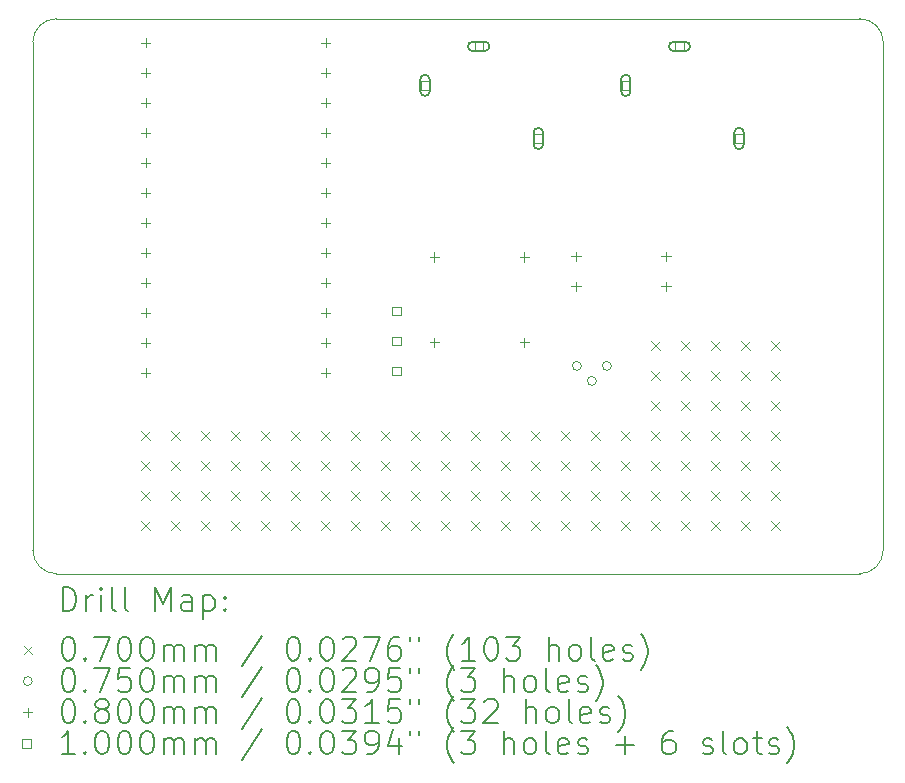
<source format=gbr>
%FSLAX45Y45*%
G04 Gerber Fmt 4.5, Leading zero omitted, Abs format (unit mm)*
G04 Created by KiCad (PCBNEW (6.0.2)) date 2022-03-17 13:32:33*
%MOMM*%
%LPD*%
G01*
G04 APERTURE LIST*
%TA.AperFunction,Profile*%
%ADD10C,0.100000*%
%TD*%
%ADD11C,0.200000*%
%ADD12C,0.070000*%
%ADD13C,0.075000*%
%ADD14C,0.080000*%
%ADD15C,0.100000*%
G04 APERTURE END LIST*
D10*
X12200000Y-12600000D02*
X19000000Y-12600000D01*
X12200000Y-7900000D02*
G75*
G03*
X12000000Y-8100000I0J-200000D01*
G01*
X12200000Y-7900000D02*
X19000000Y-7900000D01*
X19200000Y-8100000D02*
G75*
G03*
X19000000Y-7900000I-200000J0D01*
G01*
X12000000Y-12400000D02*
X12000000Y-8100000D01*
X12000000Y-12400000D02*
G75*
G03*
X12200000Y-12600000I200000J0D01*
G01*
X19000000Y-12600000D02*
G75*
G03*
X19200000Y-12400000I0J200000D01*
G01*
X19200000Y-8100000D02*
X19200000Y-12400000D01*
D11*
D12*
X12919000Y-11395000D02*
X12989000Y-11465000D01*
X12989000Y-11395000D02*
X12919000Y-11465000D01*
X12919000Y-11649000D02*
X12989000Y-11719000D01*
X12989000Y-11649000D02*
X12919000Y-11719000D01*
X12919000Y-11903000D02*
X12989000Y-11973000D01*
X12989000Y-11903000D02*
X12919000Y-11973000D01*
X12919000Y-12157000D02*
X12989000Y-12227000D01*
X12989000Y-12157000D02*
X12919000Y-12227000D01*
X13173000Y-11395000D02*
X13243000Y-11465000D01*
X13243000Y-11395000D02*
X13173000Y-11465000D01*
X13173000Y-11649000D02*
X13243000Y-11719000D01*
X13243000Y-11649000D02*
X13173000Y-11719000D01*
X13173000Y-11903000D02*
X13243000Y-11973000D01*
X13243000Y-11903000D02*
X13173000Y-11973000D01*
X13173000Y-12157000D02*
X13243000Y-12227000D01*
X13243000Y-12157000D02*
X13173000Y-12227000D01*
X13427000Y-11395000D02*
X13497000Y-11465000D01*
X13497000Y-11395000D02*
X13427000Y-11465000D01*
X13427000Y-11649000D02*
X13497000Y-11719000D01*
X13497000Y-11649000D02*
X13427000Y-11719000D01*
X13427000Y-11903000D02*
X13497000Y-11973000D01*
X13497000Y-11903000D02*
X13427000Y-11973000D01*
X13427000Y-12157000D02*
X13497000Y-12227000D01*
X13497000Y-12157000D02*
X13427000Y-12227000D01*
X13681000Y-11395000D02*
X13751000Y-11465000D01*
X13751000Y-11395000D02*
X13681000Y-11465000D01*
X13681000Y-11649000D02*
X13751000Y-11719000D01*
X13751000Y-11649000D02*
X13681000Y-11719000D01*
X13681000Y-11903000D02*
X13751000Y-11973000D01*
X13751000Y-11903000D02*
X13681000Y-11973000D01*
X13681000Y-12157000D02*
X13751000Y-12227000D01*
X13751000Y-12157000D02*
X13681000Y-12227000D01*
X13935000Y-11395000D02*
X14005000Y-11465000D01*
X14005000Y-11395000D02*
X13935000Y-11465000D01*
X13935000Y-11649000D02*
X14005000Y-11719000D01*
X14005000Y-11649000D02*
X13935000Y-11719000D01*
X13935000Y-11903000D02*
X14005000Y-11973000D01*
X14005000Y-11903000D02*
X13935000Y-11973000D01*
X13935000Y-12157000D02*
X14005000Y-12227000D01*
X14005000Y-12157000D02*
X13935000Y-12227000D01*
X14189000Y-11395000D02*
X14259000Y-11465000D01*
X14259000Y-11395000D02*
X14189000Y-11465000D01*
X14189000Y-11649000D02*
X14259000Y-11719000D01*
X14259000Y-11649000D02*
X14189000Y-11719000D01*
X14189000Y-11903000D02*
X14259000Y-11973000D01*
X14259000Y-11903000D02*
X14189000Y-11973000D01*
X14189000Y-12157000D02*
X14259000Y-12227000D01*
X14259000Y-12157000D02*
X14189000Y-12227000D01*
X14443000Y-11395000D02*
X14513000Y-11465000D01*
X14513000Y-11395000D02*
X14443000Y-11465000D01*
X14443000Y-11649000D02*
X14513000Y-11719000D01*
X14513000Y-11649000D02*
X14443000Y-11719000D01*
X14443000Y-11903000D02*
X14513000Y-11973000D01*
X14513000Y-11903000D02*
X14443000Y-11973000D01*
X14443000Y-12157000D02*
X14513000Y-12227000D01*
X14513000Y-12157000D02*
X14443000Y-12227000D01*
X14697000Y-11395000D02*
X14767000Y-11465000D01*
X14767000Y-11395000D02*
X14697000Y-11465000D01*
X14697000Y-11649000D02*
X14767000Y-11719000D01*
X14767000Y-11649000D02*
X14697000Y-11719000D01*
X14697000Y-11903000D02*
X14767000Y-11973000D01*
X14767000Y-11903000D02*
X14697000Y-11973000D01*
X14697000Y-12157000D02*
X14767000Y-12227000D01*
X14767000Y-12157000D02*
X14697000Y-12227000D01*
X14951000Y-11395000D02*
X15021000Y-11465000D01*
X15021000Y-11395000D02*
X14951000Y-11465000D01*
X14951000Y-11649000D02*
X15021000Y-11719000D01*
X15021000Y-11649000D02*
X14951000Y-11719000D01*
X14951000Y-11903000D02*
X15021000Y-11973000D01*
X15021000Y-11903000D02*
X14951000Y-11973000D01*
X14951000Y-12157000D02*
X15021000Y-12227000D01*
X15021000Y-12157000D02*
X14951000Y-12227000D01*
X15205000Y-11395000D02*
X15275000Y-11465000D01*
X15275000Y-11395000D02*
X15205000Y-11465000D01*
X15205000Y-11649000D02*
X15275000Y-11719000D01*
X15275000Y-11649000D02*
X15205000Y-11719000D01*
X15205000Y-11903000D02*
X15275000Y-11973000D01*
X15275000Y-11903000D02*
X15205000Y-11973000D01*
X15205000Y-12157000D02*
X15275000Y-12227000D01*
X15275000Y-12157000D02*
X15205000Y-12227000D01*
X15459000Y-11395000D02*
X15529000Y-11465000D01*
X15529000Y-11395000D02*
X15459000Y-11465000D01*
X15459000Y-11649000D02*
X15529000Y-11719000D01*
X15529000Y-11649000D02*
X15459000Y-11719000D01*
X15459000Y-11903000D02*
X15529000Y-11973000D01*
X15529000Y-11903000D02*
X15459000Y-11973000D01*
X15459000Y-12157000D02*
X15529000Y-12227000D01*
X15529000Y-12157000D02*
X15459000Y-12227000D01*
X15713000Y-11395000D02*
X15783000Y-11465000D01*
X15783000Y-11395000D02*
X15713000Y-11465000D01*
X15713000Y-11649000D02*
X15783000Y-11719000D01*
X15783000Y-11649000D02*
X15713000Y-11719000D01*
X15713000Y-11903000D02*
X15783000Y-11973000D01*
X15783000Y-11903000D02*
X15713000Y-11973000D01*
X15713000Y-12157000D02*
X15783000Y-12227000D01*
X15783000Y-12157000D02*
X15713000Y-12227000D01*
X15967000Y-11395000D02*
X16037000Y-11465000D01*
X16037000Y-11395000D02*
X15967000Y-11465000D01*
X15967000Y-11649000D02*
X16037000Y-11719000D01*
X16037000Y-11649000D02*
X15967000Y-11719000D01*
X15967000Y-11903000D02*
X16037000Y-11973000D01*
X16037000Y-11903000D02*
X15967000Y-11973000D01*
X15967000Y-12157000D02*
X16037000Y-12227000D01*
X16037000Y-12157000D02*
X15967000Y-12227000D01*
X16221000Y-11395000D02*
X16291000Y-11465000D01*
X16291000Y-11395000D02*
X16221000Y-11465000D01*
X16221000Y-11649000D02*
X16291000Y-11719000D01*
X16291000Y-11649000D02*
X16221000Y-11719000D01*
X16221000Y-11903000D02*
X16291000Y-11973000D01*
X16291000Y-11903000D02*
X16221000Y-11973000D01*
X16221000Y-12157000D02*
X16291000Y-12227000D01*
X16291000Y-12157000D02*
X16221000Y-12227000D01*
X16475000Y-11395000D02*
X16545000Y-11465000D01*
X16545000Y-11395000D02*
X16475000Y-11465000D01*
X16475000Y-11649000D02*
X16545000Y-11719000D01*
X16545000Y-11649000D02*
X16475000Y-11719000D01*
X16475000Y-11903000D02*
X16545000Y-11973000D01*
X16545000Y-11903000D02*
X16475000Y-11973000D01*
X16475000Y-12157000D02*
X16545000Y-12227000D01*
X16545000Y-12157000D02*
X16475000Y-12227000D01*
X16729000Y-11395000D02*
X16799000Y-11465000D01*
X16799000Y-11395000D02*
X16729000Y-11465000D01*
X16729000Y-11649000D02*
X16799000Y-11719000D01*
X16799000Y-11649000D02*
X16729000Y-11719000D01*
X16729000Y-11903000D02*
X16799000Y-11973000D01*
X16799000Y-11903000D02*
X16729000Y-11973000D01*
X16729000Y-12157000D02*
X16799000Y-12227000D01*
X16799000Y-12157000D02*
X16729000Y-12227000D01*
X16983000Y-11395000D02*
X17053000Y-11465000D01*
X17053000Y-11395000D02*
X16983000Y-11465000D01*
X16983000Y-11649000D02*
X17053000Y-11719000D01*
X17053000Y-11649000D02*
X16983000Y-11719000D01*
X16983000Y-11903000D02*
X17053000Y-11973000D01*
X17053000Y-11903000D02*
X16983000Y-11973000D01*
X16983000Y-12157000D02*
X17053000Y-12227000D01*
X17053000Y-12157000D02*
X16983000Y-12227000D01*
X17237000Y-10633000D02*
X17307000Y-10703000D01*
X17307000Y-10633000D02*
X17237000Y-10703000D01*
X17237000Y-10887000D02*
X17307000Y-10957000D01*
X17307000Y-10887000D02*
X17237000Y-10957000D01*
X17237000Y-11141000D02*
X17307000Y-11211000D01*
X17307000Y-11141000D02*
X17237000Y-11211000D01*
X17237000Y-11395000D02*
X17307000Y-11465000D01*
X17307000Y-11395000D02*
X17237000Y-11465000D01*
X17237000Y-11649000D02*
X17307000Y-11719000D01*
X17307000Y-11649000D02*
X17237000Y-11719000D01*
X17237000Y-11903000D02*
X17307000Y-11973000D01*
X17307000Y-11903000D02*
X17237000Y-11973000D01*
X17237000Y-12157000D02*
X17307000Y-12227000D01*
X17307000Y-12157000D02*
X17237000Y-12227000D01*
X17491000Y-10633000D02*
X17561000Y-10703000D01*
X17561000Y-10633000D02*
X17491000Y-10703000D01*
X17491000Y-10887000D02*
X17561000Y-10957000D01*
X17561000Y-10887000D02*
X17491000Y-10957000D01*
X17491000Y-11141000D02*
X17561000Y-11211000D01*
X17561000Y-11141000D02*
X17491000Y-11211000D01*
X17491000Y-11395000D02*
X17561000Y-11465000D01*
X17561000Y-11395000D02*
X17491000Y-11465000D01*
X17491000Y-11649000D02*
X17561000Y-11719000D01*
X17561000Y-11649000D02*
X17491000Y-11719000D01*
X17491000Y-11903000D02*
X17561000Y-11973000D01*
X17561000Y-11903000D02*
X17491000Y-11973000D01*
X17491000Y-12157000D02*
X17561000Y-12227000D01*
X17561000Y-12157000D02*
X17491000Y-12227000D01*
X17745000Y-10633000D02*
X17815000Y-10703000D01*
X17815000Y-10633000D02*
X17745000Y-10703000D01*
X17745000Y-10887000D02*
X17815000Y-10957000D01*
X17815000Y-10887000D02*
X17745000Y-10957000D01*
X17745000Y-11141000D02*
X17815000Y-11211000D01*
X17815000Y-11141000D02*
X17745000Y-11211000D01*
X17745000Y-11395000D02*
X17815000Y-11465000D01*
X17815000Y-11395000D02*
X17745000Y-11465000D01*
X17745000Y-11649000D02*
X17815000Y-11719000D01*
X17815000Y-11649000D02*
X17745000Y-11719000D01*
X17745000Y-11903000D02*
X17815000Y-11973000D01*
X17815000Y-11903000D02*
X17745000Y-11973000D01*
X17745000Y-12157000D02*
X17815000Y-12227000D01*
X17815000Y-12157000D02*
X17745000Y-12227000D01*
X17999000Y-10633000D02*
X18069000Y-10703000D01*
X18069000Y-10633000D02*
X17999000Y-10703000D01*
X17999000Y-10887000D02*
X18069000Y-10957000D01*
X18069000Y-10887000D02*
X17999000Y-10957000D01*
X17999000Y-11141000D02*
X18069000Y-11211000D01*
X18069000Y-11141000D02*
X17999000Y-11211000D01*
X17999000Y-11395000D02*
X18069000Y-11465000D01*
X18069000Y-11395000D02*
X17999000Y-11465000D01*
X17999000Y-11649000D02*
X18069000Y-11719000D01*
X18069000Y-11649000D02*
X17999000Y-11719000D01*
X17999000Y-11903000D02*
X18069000Y-11973000D01*
X18069000Y-11903000D02*
X17999000Y-11973000D01*
X17999000Y-12157000D02*
X18069000Y-12227000D01*
X18069000Y-12157000D02*
X17999000Y-12227000D01*
X18253000Y-10633000D02*
X18323000Y-10703000D01*
X18323000Y-10633000D02*
X18253000Y-10703000D01*
X18253000Y-10887000D02*
X18323000Y-10957000D01*
X18323000Y-10887000D02*
X18253000Y-10957000D01*
X18253000Y-11141000D02*
X18323000Y-11211000D01*
X18323000Y-11141000D02*
X18253000Y-11211000D01*
X18253000Y-11395000D02*
X18323000Y-11465000D01*
X18323000Y-11395000D02*
X18253000Y-11465000D01*
X18253000Y-11649000D02*
X18323000Y-11719000D01*
X18323000Y-11649000D02*
X18253000Y-11719000D01*
X18253000Y-11903000D02*
X18323000Y-11973000D01*
X18323000Y-11903000D02*
X18253000Y-11973000D01*
X18253000Y-12157000D02*
X18323000Y-12227000D01*
X18323000Y-12157000D02*
X18253000Y-12227000D01*
D13*
X16643500Y-10840000D02*
G75*
G03*
X16643500Y-10840000I-37500J0D01*
G01*
X16770500Y-10967000D02*
G75*
G03*
X16770500Y-10967000I-37500J0D01*
G01*
X16897500Y-10840000D02*
G75*
G03*
X16897500Y-10840000I-37500J0D01*
G01*
D14*
X12954500Y-8063500D02*
X12954500Y-8143500D01*
X12914500Y-8103500D02*
X12994500Y-8103500D01*
X12954500Y-8317500D02*
X12954500Y-8397500D01*
X12914500Y-8357500D02*
X12994500Y-8357500D01*
X12954500Y-8571500D02*
X12954500Y-8651500D01*
X12914500Y-8611500D02*
X12994500Y-8611500D01*
X12954500Y-8825500D02*
X12954500Y-8905500D01*
X12914500Y-8865500D02*
X12994500Y-8865500D01*
X12954500Y-9079500D02*
X12954500Y-9159500D01*
X12914500Y-9119500D02*
X12994500Y-9119500D01*
X12954500Y-9333500D02*
X12954500Y-9413500D01*
X12914500Y-9373500D02*
X12994500Y-9373500D01*
X12954500Y-9587500D02*
X12954500Y-9667500D01*
X12914500Y-9627500D02*
X12994500Y-9627500D01*
X12954500Y-9841500D02*
X12954500Y-9921500D01*
X12914500Y-9881500D02*
X12994500Y-9881500D01*
X12954500Y-10095500D02*
X12954500Y-10175500D01*
X12914500Y-10135500D02*
X12994500Y-10135500D01*
X12954500Y-10349500D02*
X12954500Y-10429500D01*
X12914500Y-10389500D02*
X12994500Y-10389500D01*
X12954500Y-10603500D02*
X12954500Y-10683500D01*
X12914500Y-10643500D02*
X12994500Y-10643500D01*
X12954500Y-10857500D02*
X12954500Y-10937500D01*
X12914500Y-10897500D02*
X12994500Y-10897500D01*
X14478500Y-8063500D02*
X14478500Y-8143500D01*
X14438500Y-8103500D02*
X14518500Y-8103500D01*
X14478500Y-8317500D02*
X14478500Y-8397500D01*
X14438500Y-8357500D02*
X14518500Y-8357500D01*
X14478500Y-8571500D02*
X14478500Y-8651500D01*
X14438500Y-8611500D02*
X14518500Y-8611500D01*
X14478500Y-8825500D02*
X14478500Y-8905500D01*
X14438500Y-8865500D02*
X14518500Y-8865500D01*
X14478500Y-9079500D02*
X14478500Y-9159500D01*
X14438500Y-9119500D02*
X14518500Y-9119500D01*
X14478500Y-9333500D02*
X14478500Y-9413500D01*
X14438500Y-9373500D02*
X14518500Y-9373500D01*
X14478500Y-9587500D02*
X14478500Y-9667500D01*
X14438500Y-9627500D02*
X14518500Y-9627500D01*
X14478500Y-9841500D02*
X14478500Y-9921500D01*
X14438500Y-9881500D02*
X14518500Y-9881500D01*
X14478500Y-10095500D02*
X14478500Y-10175500D01*
X14438500Y-10135500D02*
X14518500Y-10135500D01*
X14478500Y-10349500D02*
X14478500Y-10429500D01*
X14438500Y-10389500D02*
X14518500Y-10389500D01*
X14478500Y-10603500D02*
X14478500Y-10683500D01*
X14438500Y-10643500D02*
X14518500Y-10643500D01*
X14478500Y-10857500D02*
X14478500Y-10937500D01*
X14438500Y-10897500D02*
X14518500Y-10897500D01*
X15399000Y-9880000D02*
X15399000Y-9960000D01*
X15359000Y-9920000D02*
X15439000Y-9920000D01*
X15399000Y-10600000D02*
X15399000Y-10680000D01*
X15359000Y-10640000D02*
X15439000Y-10640000D01*
X16161000Y-9880000D02*
X16161000Y-9960000D01*
X16121000Y-9920000D02*
X16201000Y-9920000D01*
X16161000Y-10600000D02*
X16161000Y-10680000D01*
X16121000Y-10640000D02*
X16201000Y-10640000D01*
X16600000Y-9872500D02*
X16600000Y-9952500D01*
X16560000Y-9912500D02*
X16640000Y-9912500D01*
X16600000Y-10126500D02*
X16600000Y-10206500D01*
X16560000Y-10166500D02*
X16640000Y-10166500D01*
X17362000Y-9872500D02*
X17362000Y-9952500D01*
X17322000Y-9912500D02*
X17402000Y-9912500D01*
X17362000Y-10126500D02*
X17362000Y-10206500D01*
X17322000Y-10166500D02*
X17402000Y-10166500D01*
D15*
X15115356Y-10412856D02*
X15115356Y-10342144D01*
X15044644Y-10342144D01*
X15044644Y-10412856D01*
X15115356Y-10412856D01*
X15115356Y-10666856D02*
X15115356Y-10596144D01*
X15044644Y-10596144D01*
X15044644Y-10666856D01*
X15115356Y-10666856D01*
X15115356Y-10920856D02*
X15115356Y-10850144D01*
X15044644Y-10850144D01*
X15044644Y-10920856D01*
X15115356Y-10920856D01*
X15355356Y-8500356D02*
X15355356Y-8429644D01*
X15284644Y-8429644D01*
X15284644Y-8500356D01*
X15355356Y-8500356D01*
D11*
X15280000Y-8415000D02*
X15280000Y-8515000D01*
X15360000Y-8415000D02*
X15360000Y-8515000D01*
X15280000Y-8515000D02*
G75*
G03*
X15360000Y-8515000I40000J0D01*
G01*
X15360000Y-8415000D02*
G75*
G03*
X15280000Y-8415000I-40000J0D01*
G01*
D15*
X15810356Y-8170356D02*
X15810356Y-8099644D01*
X15739644Y-8099644D01*
X15739644Y-8170356D01*
X15810356Y-8170356D01*
D11*
X15825000Y-8095000D02*
X15725000Y-8095000D01*
X15825000Y-8175000D02*
X15725000Y-8175000D01*
X15725000Y-8095000D02*
G75*
G03*
X15725000Y-8175000I0J-40000D01*
G01*
X15825000Y-8175000D02*
G75*
G03*
X15825000Y-8095000I0J40000D01*
G01*
D15*
X16315356Y-8950356D02*
X16315356Y-8879644D01*
X16244644Y-8879644D01*
X16244644Y-8950356D01*
X16315356Y-8950356D01*
D11*
X16240000Y-8865000D02*
X16240000Y-8965000D01*
X16320000Y-8865000D02*
X16320000Y-8965000D01*
X16240000Y-8965000D02*
G75*
G03*
X16320000Y-8965000I40000J0D01*
G01*
X16320000Y-8865000D02*
G75*
G03*
X16240000Y-8865000I-40000J0D01*
G01*
D15*
X17055356Y-8500356D02*
X17055356Y-8429644D01*
X16984644Y-8429644D01*
X16984644Y-8500356D01*
X17055356Y-8500356D01*
D11*
X16980000Y-8415000D02*
X16980000Y-8515000D01*
X17060000Y-8415000D02*
X17060000Y-8515000D01*
X16980000Y-8515000D02*
G75*
G03*
X17060000Y-8515000I40000J0D01*
G01*
X17060000Y-8415000D02*
G75*
G03*
X16980000Y-8415000I-40000J0D01*
G01*
D15*
X17510356Y-8170356D02*
X17510356Y-8099644D01*
X17439644Y-8099644D01*
X17439644Y-8170356D01*
X17510356Y-8170356D01*
D11*
X17525000Y-8095000D02*
X17425000Y-8095000D01*
X17525000Y-8175000D02*
X17425000Y-8175000D01*
X17425000Y-8095000D02*
G75*
G03*
X17425000Y-8175000I0J-40000D01*
G01*
X17525000Y-8175000D02*
G75*
G03*
X17525000Y-8095000I0J40000D01*
G01*
D15*
X18015356Y-8950356D02*
X18015356Y-8879644D01*
X17944644Y-8879644D01*
X17944644Y-8950356D01*
X18015356Y-8950356D01*
D11*
X17940000Y-8865000D02*
X17940000Y-8965000D01*
X18020000Y-8865000D02*
X18020000Y-8965000D01*
X17940000Y-8965000D02*
G75*
G03*
X18020000Y-8965000I40000J0D01*
G01*
X18020000Y-8865000D02*
G75*
G03*
X17940000Y-8865000I-40000J0D01*
G01*
X12252619Y-12915476D02*
X12252619Y-12715476D01*
X12300238Y-12715476D01*
X12328809Y-12725000D01*
X12347857Y-12744048D01*
X12357381Y-12763095D01*
X12366905Y-12801190D01*
X12366905Y-12829762D01*
X12357381Y-12867857D01*
X12347857Y-12886905D01*
X12328809Y-12905952D01*
X12300238Y-12915476D01*
X12252619Y-12915476D01*
X12452619Y-12915476D02*
X12452619Y-12782143D01*
X12452619Y-12820238D02*
X12462143Y-12801190D01*
X12471667Y-12791667D01*
X12490714Y-12782143D01*
X12509762Y-12782143D01*
X12576428Y-12915476D02*
X12576428Y-12782143D01*
X12576428Y-12715476D02*
X12566905Y-12725000D01*
X12576428Y-12734524D01*
X12585952Y-12725000D01*
X12576428Y-12715476D01*
X12576428Y-12734524D01*
X12700238Y-12915476D02*
X12681190Y-12905952D01*
X12671667Y-12886905D01*
X12671667Y-12715476D01*
X12805000Y-12915476D02*
X12785952Y-12905952D01*
X12776428Y-12886905D01*
X12776428Y-12715476D01*
X13033571Y-12915476D02*
X13033571Y-12715476D01*
X13100238Y-12858333D01*
X13166905Y-12715476D01*
X13166905Y-12915476D01*
X13347857Y-12915476D02*
X13347857Y-12810714D01*
X13338333Y-12791667D01*
X13319286Y-12782143D01*
X13281190Y-12782143D01*
X13262143Y-12791667D01*
X13347857Y-12905952D02*
X13328809Y-12915476D01*
X13281190Y-12915476D01*
X13262143Y-12905952D01*
X13252619Y-12886905D01*
X13252619Y-12867857D01*
X13262143Y-12848809D01*
X13281190Y-12839286D01*
X13328809Y-12839286D01*
X13347857Y-12829762D01*
X13443095Y-12782143D02*
X13443095Y-12982143D01*
X13443095Y-12791667D02*
X13462143Y-12782143D01*
X13500238Y-12782143D01*
X13519286Y-12791667D01*
X13528809Y-12801190D01*
X13538333Y-12820238D01*
X13538333Y-12877381D01*
X13528809Y-12896428D01*
X13519286Y-12905952D01*
X13500238Y-12915476D01*
X13462143Y-12915476D01*
X13443095Y-12905952D01*
X13624048Y-12896428D02*
X13633571Y-12905952D01*
X13624048Y-12915476D01*
X13614524Y-12905952D01*
X13624048Y-12896428D01*
X13624048Y-12915476D01*
X13624048Y-12791667D02*
X13633571Y-12801190D01*
X13624048Y-12810714D01*
X13614524Y-12801190D01*
X13624048Y-12791667D01*
X13624048Y-12810714D01*
D12*
X11925000Y-13210000D02*
X11995000Y-13280000D01*
X11995000Y-13210000D02*
X11925000Y-13280000D01*
D11*
X12290714Y-13135476D02*
X12309762Y-13135476D01*
X12328809Y-13145000D01*
X12338333Y-13154524D01*
X12347857Y-13173571D01*
X12357381Y-13211667D01*
X12357381Y-13259286D01*
X12347857Y-13297381D01*
X12338333Y-13316428D01*
X12328809Y-13325952D01*
X12309762Y-13335476D01*
X12290714Y-13335476D01*
X12271667Y-13325952D01*
X12262143Y-13316428D01*
X12252619Y-13297381D01*
X12243095Y-13259286D01*
X12243095Y-13211667D01*
X12252619Y-13173571D01*
X12262143Y-13154524D01*
X12271667Y-13145000D01*
X12290714Y-13135476D01*
X12443095Y-13316428D02*
X12452619Y-13325952D01*
X12443095Y-13335476D01*
X12433571Y-13325952D01*
X12443095Y-13316428D01*
X12443095Y-13335476D01*
X12519286Y-13135476D02*
X12652619Y-13135476D01*
X12566905Y-13335476D01*
X12766905Y-13135476D02*
X12785952Y-13135476D01*
X12805000Y-13145000D01*
X12814524Y-13154524D01*
X12824048Y-13173571D01*
X12833571Y-13211667D01*
X12833571Y-13259286D01*
X12824048Y-13297381D01*
X12814524Y-13316428D01*
X12805000Y-13325952D01*
X12785952Y-13335476D01*
X12766905Y-13335476D01*
X12747857Y-13325952D01*
X12738333Y-13316428D01*
X12728809Y-13297381D01*
X12719286Y-13259286D01*
X12719286Y-13211667D01*
X12728809Y-13173571D01*
X12738333Y-13154524D01*
X12747857Y-13145000D01*
X12766905Y-13135476D01*
X12957381Y-13135476D02*
X12976428Y-13135476D01*
X12995476Y-13145000D01*
X13005000Y-13154524D01*
X13014524Y-13173571D01*
X13024048Y-13211667D01*
X13024048Y-13259286D01*
X13014524Y-13297381D01*
X13005000Y-13316428D01*
X12995476Y-13325952D01*
X12976428Y-13335476D01*
X12957381Y-13335476D01*
X12938333Y-13325952D01*
X12928809Y-13316428D01*
X12919286Y-13297381D01*
X12909762Y-13259286D01*
X12909762Y-13211667D01*
X12919286Y-13173571D01*
X12928809Y-13154524D01*
X12938333Y-13145000D01*
X12957381Y-13135476D01*
X13109762Y-13335476D02*
X13109762Y-13202143D01*
X13109762Y-13221190D02*
X13119286Y-13211667D01*
X13138333Y-13202143D01*
X13166905Y-13202143D01*
X13185952Y-13211667D01*
X13195476Y-13230714D01*
X13195476Y-13335476D01*
X13195476Y-13230714D02*
X13205000Y-13211667D01*
X13224048Y-13202143D01*
X13252619Y-13202143D01*
X13271667Y-13211667D01*
X13281190Y-13230714D01*
X13281190Y-13335476D01*
X13376428Y-13335476D02*
X13376428Y-13202143D01*
X13376428Y-13221190D02*
X13385952Y-13211667D01*
X13405000Y-13202143D01*
X13433571Y-13202143D01*
X13452619Y-13211667D01*
X13462143Y-13230714D01*
X13462143Y-13335476D01*
X13462143Y-13230714D02*
X13471667Y-13211667D01*
X13490714Y-13202143D01*
X13519286Y-13202143D01*
X13538333Y-13211667D01*
X13547857Y-13230714D01*
X13547857Y-13335476D01*
X13938333Y-13125952D02*
X13766905Y-13383095D01*
X14195476Y-13135476D02*
X14214524Y-13135476D01*
X14233571Y-13145000D01*
X14243095Y-13154524D01*
X14252619Y-13173571D01*
X14262143Y-13211667D01*
X14262143Y-13259286D01*
X14252619Y-13297381D01*
X14243095Y-13316428D01*
X14233571Y-13325952D01*
X14214524Y-13335476D01*
X14195476Y-13335476D01*
X14176428Y-13325952D01*
X14166905Y-13316428D01*
X14157381Y-13297381D01*
X14147857Y-13259286D01*
X14147857Y-13211667D01*
X14157381Y-13173571D01*
X14166905Y-13154524D01*
X14176428Y-13145000D01*
X14195476Y-13135476D01*
X14347857Y-13316428D02*
X14357381Y-13325952D01*
X14347857Y-13335476D01*
X14338333Y-13325952D01*
X14347857Y-13316428D01*
X14347857Y-13335476D01*
X14481190Y-13135476D02*
X14500238Y-13135476D01*
X14519286Y-13145000D01*
X14528809Y-13154524D01*
X14538333Y-13173571D01*
X14547857Y-13211667D01*
X14547857Y-13259286D01*
X14538333Y-13297381D01*
X14528809Y-13316428D01*
X14519286Y-13325952D01*
X14500238Y-13335476D01*
X14481190Y-13335476D01*
X14462143Y-13325952D01*
X14452619Y-13316428D01*
X14443095Y-13297381D01*
X14433571Y-13259286D01*
X14433571Y-13211667D01*
X14443095Y-13173571D01*
X14452619Y-13154524D01*
X14462143Y-13145000D01*
X14481190Y-13135476D01*
X14624048Y-13154524D02*
X14633571Y-13145000D01*
X14652619Y-13135476D01*
X14700238Y-13135476D01*
X14719286Y-13145000D01*
X14728809Y-13154524D01*
X14738333Y-13173571D01*
X14738333Y-13192619D01*
X14728809Y-13221190D01*
X14614524Y-13335476D01*
X14738333Y-13335476D01*
X14805000Y-13135476D02*
X14938333Y-13135476D01*
X14852619Y-13335476D01*
X15100238Y-13135476D02*
X15062143Y-13135476D01*
X15043095Y-13145000D01*
X15033571Y-13154524D01*
X15014524Y-13183095D01*
X15005000Y-13221190D01*
X15005000Y-13297381D01*
X15014524Y-13316428D01*
X15024048Y-13325952D01*
X15043095Y-13335476D01*
X15081190Y-13335476D01*
X15100238Y-13325952D01*
X15109762Y-13316428D01*
X15119286Y-13297381D01*
X15119286Y-13249762D01*
X15109762Y-13230714D01*
X15100238Y-13221190D01*
X15081190Y-13211667D01*
X15043095Y-13211667D01*
X15024048Y-13221190D01*
X15014524Y-13230714D01*
X15005000Y-13249762D01*
X15195476Y-13135476D02*
X15195476Y-13173571D01*
X15271667Y-13135476D02*
X15271667Y-13173571D01*
X15566905Y-13411667D02*
X15557381Y-13402143D01*
X15538333Y-13373571D01*
X15528809Y-13354524D01*
X15519286Y-13325952D01*
X15509762Y-13278333D01*
X15509762Y-13240238D01*
X15519286Y-13192619D01*
X15528809Y-13164048D01*
X15538333Y-13145000D01*
X15557381Y-13116428D01*
X15566905Y-13106905D01*
X15747857Y-13335476D02*
X15633571Y-13335476D01*
X15690714Y-13335476D02*
X15690714Y-13135476D01*
X15671667Y-13164048D01*
X15652619Y-13183095D01*
X15633571Y-13192619D01*
X15871667Y-13135476D02*
X15890714Y-13135476D01*
X15909762Y-13145000D01*
X15919286Y-13154524D01*
X15928809Y-13173571D01*
X15938333Y-13211667D01*
X15938333Y-13259286D01*
X15928809Y-13297381D01*
X15919286Y-13316428D01*
X15909762Y-13325952D01*
X15890714Y-13335476D01*
X15871667Y-13335476D01*
X15852619Y-13325952D01*
X15843095Y-13316428D01*
X15833571Y-13297381D01*
X15824048Y-13259286D01*
X15824048Y-13211667D01*
X15833571Y-13173571D01*
X15843095Y-13154524D01*
X15852619Y-13145000D01*
X15871667Y-13135476D01*
X16005000Y-13135476D02*
X16128809Y-13135476D01*
X16062143Y-13211667D01*
X16090714Y-13211667D01*
X16109762Y-13221190D01*
X16119286Y-13230714D01*
X16128809Y-13249762D01*
X16128809Y-13297381D01*
X16119286Y-13316428D01*
X16109762Y-13325952D01*
X16090714Y-13335476D01*
X16033571Y-13335476D01*
X16014524Y-13325952D01*
X16005000Y-13316428D01*
X16366905Y-13335476D02*
X16366905Y-13135476D01*
X16452619Y-13335476D02*
X16452619Y-13230714D01*
X16443095Y-13211667D01*
X16424048Y-13202143D01*
X16395476Y-13202143D01*
X16376428Y-13211667D01*
X16366905Y-13221190D01*
X16576428Y-13335476D02*
X16557381Y-13325952D01*
X16547857Y-13316428D01*
X16538333Y-13297381D01*
X16538333Y-13240238D01*
X16547857Y-13221190D01*
X16557381Y-13211667D01*
X16576428Y-13202143D01*
X16605000Y-13202143D01*
X16624048Y-13211667D01*
X16633571Y-13221190D01*
X16643095Y-13240238D01*
X16643095Y-13297381D01*
X16633571Y-13316428D01*
X16624048Y-13325952D01*
X16605000Y-13335476D01*
X16576428Y-13335476D01*
X16757381Y-13335476D02*
X16738333Y-13325952D01*
X16728809Y-13306905D01*
X16728809Y-13135476D01*
X16909762Y-13325952D02*
X16890714Y-13335476D01*
X16852619Y-13335476D01*
X16833571Y-13325952D01*
X16824048Y-13306905D01*
X16824048Y-13230714D01*
X16833571Y-13211667D01*
X16852619Y-13202143D01*
X16890714Y-13202143D01*
X16909762Y-13211667D01*
X16919286Y-13230714D01*
X16919286Y-13249762D01*
X16824048Y-13268809D01*
X16995476Y-13325952D02*
X17014524Y-13335476D01*
X17052619Y-13335476D01*
X17071667Y-13325952D01*
X17081190Y-13306905D01*
X17081190Y-13297381D01*
X17071667Y-13278333D01*
X17052619Y-13268809D01*
X17024048Y-13268809D01*
X17005000Y-13259286D01*
X16995476Y-13240238D01*
X16995476Y-13230714D01*
X17005000Y-13211667D01*
X17024048Y-13202143D01*
X17052619Y-13202143D01*
X17071667Y-13211667D01*
X17147857Y-13411667D02*
X17157381Y-13402143D01*
X17176429Y-13373571D01*
X17185952Y-13354524D01*
X17195476Y-13325952D01*
X17205000Y-13278333D01*
X17205000Y-13240238D01*
X17195476Y-13192619D01*
X17185952Y-13164048D01*
X17176429Y-13145000D01*
X17157381Y-13116428D01*
X17147857Y-13106905D01*
D13*
X11995000Y-13509000D02*
G75*
G03*
X11995000Y-13509000I-37500J0D01*
G01*
D11*
X12290714Y-13399476D02*
X12309762Y-13399476D01*
X12328809Y-13409000D01*
X12338333Y-13418524D01*
X12347857Y-13437571D01*
X12357381Y-13475667D01*
X12357381Y-13523286D01*
X12347857Y-13561381D01*
X12338333Y-13580428D01*
X12328809Y-13589952D01*
X12309762Y-13599476D01*
X12290714Y-13599476D01*
X12271667Y-13589952D01*
X12262143Y-13580428D01*
X12252619Y-13561381D01*
X12243095Y-13523286D01*
X12243095Y-13475667D01*
X12252619Y-13437571D01*
X12262143Y-13418524D01*
X12271667Y-13409000D01*
X12290714Y-13399476D01*
X12443095Y-13580428D02*
X12452619Y-13589952D01*
X12443095Y-13599476D01*
X12433571Y-13589952D01*
X12443095Y-13580428D01*
X12443095Y-13599476D01*
X12519286Y-13399476D02*
X12652619Y-13399476D01*
X12566905Y-13599476D01*
X12824048Y-13399476D02*
X12728809Y-13399476D01*
X12719286Y-13494714D01*
X12728809Y-13485190D01*
X12747857Y-13475667D01*
X12795476Y-13475667D01*
X12814524Y-13485190D01*
X12824048Y-13494714D01*
X12833571Y-13513762D01*
X12833571Y-13561381D01*
X12824048Y-13580428D01*
X12814524Y-13589952D01*
X12795476Y-13599476D01*
X12747857Y-13599476D01*
X12728809Y-13589952D01*
X12719286Y-13580428D01*
X12957381Y-13399476D02*
X12976428Y-13399476D01*
X12995476Y-13409000D01*
X13005000Y-13418524D01*
X13014524Y-13437571D01*
X13024048Y-13475667D01*
X13024048Y-13523286D01*
X13014524Y-13561381D01*
X13005000Y-13580428D01*
X12995476Y-13589952D01*
X12976428Y-13599476D01*
X12957381Y-13599476D01*
X12938333Y-13589952D01*
X12928809Y-13580428D01*
X12919286Y-13561381D01*
X12909762Y-13523286D01*
X12909762Y-13475667D01*
X12919286Y-13437571D01*
X12928809Y-13418524D01*
X12938333Y-13409000D01*
X12957381Y-13399476D01*
X13109762Y-13599476D02*
X13109762Y-13466143D01*
X13109762Y-13485190D02*
X13119286Y-13475667D01*
X13138333Y-13466143D01*
X13166905Y-13466143D01*
X13185952Y-13475667D01*
X13195476Y-13494714D01*
X13195476Y-13599476D01*
X13195476Y-13494714D02*
X13205000Y-13475667D01*
X13224048Y-13466143D01*
X13252619Y-13466143D01*
X13271667Y-13475667D01*
X13281190Y-13494714D01*
X13281190Y-13599476D01*
X13376428Y-13599476D02*
X13376428Y-13466143D01*
X13376428Y-13485190D02*
X13385952Y-13475667D01*
X13405000Y-13466143D01*
X13433571Y-13466143D01*
X13452619Y-13475667D01*
X13462143Y-13494714D01*
X13462143Y-13599476D01*
X13462143Y-13494714D02*
X13471667Y-13475667D01*
X13490714Y-13466143D01*
X13519286Y-13466143D01*
X13538333Y-13475667D01*
X13547857Y-13494714D01*
X13547857Y-13599476D01*
X13938333Y-13389952D02*
X13766905Y-13647095D01*
X14195476Y-13399476D02*
X14214524Y-13399476D01*
X14233571Y-13409000D01*
X14243095Y-13418524D01*
X14252619Y-13437571D01*
X14262143Y-13475667D01*
X14262143Y-13523286D01*
X14252619Y-13561381D01*
X14243095Y-13580428D01*
X14233571Y-13589952D01*
X14214524Y-13599476D01*
X14195476Y-13599476D01*
X14176428Y-13589952D01*
X14166905Y-13580428D01*
X14157381Y-13561381D01*
X14147857Y-13523286D01*
X14147857Y-13475667D01*
X14157381Y-13437571D01*
X14166905Y-13418524D01*
X14176428Y-13409000D01*
X14195476Y-13399476D01*
X14347857Y-13580428D02*
X14357381Y-13589952D01*
X14347857Y-13599476D01*
X14338333Y-13589952D01*
X14347857Y-13580428D01*
X14347857Y-13599476D01*
X14481190Y-13399476D02*
X14500238Y-13399476D01*
X14519286Y-13409000D01*
X14528809Y-13418524D01*
X14538333Y-13437571D01*
X14547857Y-13475667D01*
X14547857Y-13523286D01*
X14538333Y-13561381D01*
X14528809Y-13580428D01*
X14519286Y-13589952D01*
X14500238Y-13599476D01*
X14481190Y-13599476D01*
X14462143Y-13589952D01*
X14452619Y-13580428D01*
X14443095Y-13561381D01*
X14433571Y-13523286D01*
X14433571Y-13475667D01*
X14443095Y-13437571D01*
X14452619Y-13418524D01*
X14462143Y-13409000D01*
X14481190Y-13399476D01*
X14624048Y-13418524D02*
X14633571Y-13409000D01*
X14652619Y-13399476D01*
X14700238Y-13399476D01*
X14719286Y-13409000D01*
X14728809Y-13418524D01*
X14738333Y-13437571D01*
X14738333Y-13456619D01*
X14728809Y-13485190D01*
X14614524Y-13599476D01*
X14738333Y-13599476D01*
X14833571Y-13599476D02*
X14871667Y-13599476D01*
X14890714Y-13589952D01*
X14900238Y-13580428D01*
X14919286Y-13551857D01*
X14928809Y-13513762D01*
X14928809Y-13437571D01*
X14919286Y-13418524D01*
X14909762Y-13409000D01*
X14890714Y-13399476D01*
X14852619Y-13399476D01*
X14833571Y-13409000D01*
X14824048Y-13418524D01*
X14814524Y-13437571D01*
X14814524Y-13485190D01*
X14824048Y-13504238D01*
X14833571Y-13513762D01*
X14852619Y-13523286D01*
X14890714Y-13523286D01*
X14909762Y-13513762D01*
X14919286Y-13504238D01*
X14928809Y-13485190D01*
X15109762Y-13399476D02*
X15014524Y-13399476D01*
X15005000Y-13494714D01*
X15014524Y-13485190D01*
X15033571Y-13475667D01*
X15081190Y-13475667D01*
X15100238Y-13485190D01*
X15109762Y-13494714D01*
X15119286Y-13513762D01*
X15119286Y-13561381D01*
X15109762Y-13580428D01*
X15100238Y-13589952D01*
X15081190Y-13599476D01*
X15033571Y-13599476D01*
X15014524Y-13589952D01*
X15005000Y-13580428D01*
X15195476Y-13399476D02*
X15195476Y-13437571D01*
X15271667Y-13399476D02*
X15271667Y-13437571D01*
X15566905Y-13675667D02*
X15557381Y-13666143D01*
X15538333Y-13637571D01*
X15528809Y-13618524D01*
X15519286Y-13589952D01*
X15509762Y-13542333D01*
X15509762Y-13504238D01*
X15519286Y-13456619D01*
X15528809Y-13428048D01*
X15538333Y-13409000D01*
X15557381Y-13380428D01*
X15566905Y-13370905D01*
X15624048Y-13399476D02*
X15747857Y-13399476D01*
X15681190Y-13475667D01*
X15709762Y-13475667D01*
X15728809Y-13485190D01*
X15738333Y-13494714D01*
X15747857Y-13513762D01*
X15747857Y-13561381D01*
X15738333Y-13580428D01*
X15728809Y-13589952D01*
X15709762Y-13599476D01*
X15652619Y-13599476D01*
X15633571Y-13589952D01*
X15624048Y-13580428D01*
X15985952Y-13599476D02*
X15985952Y-13399476D01*
X16071667Y-13599476D02*
X16071667Y-13494714D01*
X16062143Y-13475667D01*
X16043095Y-13466143D01*
X16014524Y-13466143D01*
X15995476Y-13475667D01*
X15985952Y-13485190D01*
X16195476Y-13599476D02*
X16176428Y-13589952D01*
X16166905Y-13580428D01*
X16157381Y-13561381D01*
X16157381Y-13504238D01*
X16166905Y-13485190D01*
X16176428Y-13475667D01*
X16195476Y-13466143D01*
X16224048Y-13466143D01*
X16243095Y-13475667D01*
X16252619Y-13485190D01*
X16262143Y-13504238D01*
X16262143Y-13561381D01*
X16252619Y-13580428D01*
X16243095Y-13589952D01*
X16224048Y-13599476D01*
X16195476Y-13599476D01*
X16376428Y-13599476D02*
X16357381Y-13589952D01*
X16347857Y-13570905D01*
X16347857Y-13399476D01*
X16528809Y-13589952D02*
X16509762Y-13599476D01*
X16471667Y-13599476D01*
X16452619Y-13589952D01*
X16443095Y-13570905D01*
X16443095Y-13494714D01*
X16452619Y-13475667D01*
X16471667Y-13466143D01*
X16509762Y-13466143D01*
X16528809Y-13475667D01*
X16538333Y-13494714D01*
X16538333Y-13513762D01*
X16443095Y-13532809D01*
X16614524Y-13589952D02*
X16633571Y-13599476D01*
X16671667Y-13599476D01*
X16690714Y-13589952D01*
X16700238Y-13570905D01*
X16700238Y-13561381D01*
X16690714Y-13542333D01*
X16671667Y-13532809D01*
X16643095Y-13532809D01*
X16624048Y-13523286D01*
X16614524Y-13504238D01*
X16614524Y-13494714D01*
X16624048Y-13475667D01*
X16643095Y-13466143D01*
X16671667Y-13466143D01*
X16690714Y-13475667D01*
X16766905Y-13675667D02*
X16776428Y-13666143D01*
X16795476Y-13637571D01*
X16805000Y-13618524D01*
X16814524Y-13589952D01*
X16824048Y-13542333D01*
X16824048Y-13504238D01*
X16814524Y-13456619D01*
X16805000Y-13428048D01*
X16795476Y-13409000D01*
X16776428Y-13380428D01*
X16766905Y-13370905D01*
D14*
X11955000Y-13733000D02*
X11955000Y-13813000D01*
X11915000Y-13773000D02*
X11995000Y-13773000D01*
D11*
X12290714Y-13663476D02*
X12309762Y-13663476D01*
X12328809Y-13673000D01*
X12338333Y-13682524D01*
X12347857Y-13701571D01*
X12357381Y-13739667D01*
X12357381Y-13787286D01*
X12347857Y-13825381D01*
X12338333Y-13844428D01*
X12328809Y-13853952D01*
X12309762Y-13863476D01*
X12290714Y-13863476D01*
X12271667Y-13853952D01*
X12262143Y-13844428D01*
X12252619Y-13825381D01*
X12243095Y-13787286D01*
X12243095Y-13739667D01*
X12252619Y-13701571D01*
X12262143Y-13682524D01*
X12271667Y-13673000D01*
X12290714Y-13663476D01*
X12443095Y-13844428D02*
X12452619Y-13853952D01*
X12443095Y-13863476D01*
X12433571Y-13853952D01*
X12443095Y-13844428D01*
X12443095Y-13863476D01*
X12566905Y-13749190D02*
X12547857Y-13739667D01*
X12538333Y-13730143D01*
X12528809Y-13711095D01*
X12528809Y-13701571D01*
X12538333Y-13682524D01*
X12547857Y-13673000D01*
X12566905Y-13663476D01*
X12605000Y-13663476D01*
X12624048Y-13673000D01*
X12633571Y-13682524D01*
X12643095Y-13701571D01*
X12643095Y-13711095D01*
X12633571Y-13730143D01*
X12624048Y-13739667D01*
X12605000Y-13749190D01*
X12566905Y-13749190D01*
X12547857Y-13758714D01*
X12538333Y-13768238D01*
X12528809Y-13787286D01*
X12528809Y-13825381D01*
X12538333Y-13844428D01*
X12547857Y-13853952D01*
X12566905Y-13863476D01*
X12605000Y-13863476D01*
X12624048Y-13853952D01*
X12633571Y-13844428D01*
X12643095Y-13825381D01*
X12643095Y-13787286D01*
X12633571Y-13768238D01*
X12624048Y-13758714D01*
X12605000Y-13749190D01*
X12766905Y-13663476D02*
X12785952Y-13663476D01*
X12805000Y-13673000D01*
X12814524Y-13682524D01*
X12824048Y-13701571D01*
X12833571Y-13739667D01*
X12833571Y-13787286D01*
X12824048Y-13825381D01*
X12814524Y-13844428D01*
X12805000Y-13853952D01*
X12785952Y-13863476D01*
X12766905Y-13863476D01*
X12747857Y-13853952D01*
X12738333Y-13844428D01*
X12728809Y-13825381D01*
X12719286Y-13787286D01*
X12719286Y-13739667D01*
X12728809Y-13701571D01*
X12738333Y-13682524D01*
X12747857Y-13673000D01*
X12766905Y-13663476D01*
X12957381Y-13663476D02*
X12976428Y-13663476D01*
X12995476Y-13673000D01*
X13005000Y-13682524D01*
X13014524Y-13701571D01*
X13024048Y-13739667D01*
X13024048Y-13787286D01*
X13014524Y-13825381D01*
X13005000Y-13844428D01*
X12995476Y-13853952D01*
X12976428Y-13863476D01*
X12957381Y-13863476D01*
X12938333Y-13853952D01*
X12928809Y-13844428D01*
X12919286Y-13825381D01*
X12909762Y-13787286D01*
X12909762Y-13739667D01*
X12919286Y-13701571D01*
X12928809Y-13682524D01*
X12938333Y-13673000D01*
X12957381Y-13663476D01*
X13109762Y-13863476D02*
X13109762Y-13730143D01*
X13109762Y-13749190D02*
X13119286Y-13739667D01*
X13138333Y-13730143D01*
X13166905Y-13730143D01*
X13185952Y-13739667D01*
X13195476Y-13758714D01*
X13195476Y-13863476D01*
X13195476Y-13758714D02*
X13205000Y-13739667D01*
X13224048Y-13730143D01*
X13252619Y-13730143D01*
X13271667Y-13739667D01*
X13281190Y-13758714D01*
X13281190Y-13863476D01*
X13376428Y-13863476D02*
X13376428Y-13730143D01*
X13376428Y-13749190D02*
X13385952Y-13739667D01*
X13405000Y-13730143D01*
X13433571Y-13730143D01*
X13452619Y-13739667D01*
X13462143Y-13758714D01*
X13462143Y-13863476D01*
X13462143Y-13758714D02*
X13471667Y-13739667D01*
X13490714Y-13730143D01*
X13519286Y-13730143D01*
X13538333Y-13739667D01*
X13547857Y-13758714D01*
X13547857Y-13863476D01*
X13938333Y-13653952D02*
X13766905Y-13911095D01*
X14195476Y-13663476D02*
X14214524Y-13663476D01*
X14233571Y-13673000D01*
X14243095Y-13682524D01*
X14252619Y-13701571D01*
X14262143Y-13739667D01*
X14262143Y-13787286D01*
X14252619Y-13825381D01*
X14243095Y-13844428D01*
X14233571Y-13853952D01*
X14214524Y-13863476D01*
X14195476Y-13863476D01*
X14176428Y-13853952D01*
X14166905Y-13844428D01*
X14157381Y-13825381D01*
X14147857Y-13787286D01*
X14147857Y-13739667D01*
X14157381Y-13701571D01*
X14166905Y-13682524D01*
X14176428Y-13673000D01*
X14195476Y-13663476D01*
X14347857Y-13844428D02*
X14357381Y-13853952D01*
X14347857Y-13863476D01*
X14338333Y-13853952D01*
X14347857Y-13844428D01*
X14347857Y-13863476D01*
X14481190Y-13663476D02*
X14500238Y-13663476D01*
X14519286Y-13673000D01*
X14528809Y-13682524D01*
X14538333Y-13701571D01*
X14547857Y-13739667D01*
X14547857Y-13787286D01*
X14538333Y-13825381D01*
X14528809Y-13844428D01*
X14519286Y-13853952D01*
X14500238Y-13863476D01*
X14481190Y-13863476D01*
X14462143Y-13853952D01*
X14452619Y-13844428D01*
X14443095Y-13825381D01*
X14433571Y-13787286D01*
X14433571Y-13739667D01*
X14443095Y-13701571D01*
X14452619Y-13682524D01*
X14462143Y-13673000D01*
X14481190Y-13663476D01*
X14614524Y-13663476D02*
X14738333Y-13663476D01*
X14671667Y-13739667D01*
X14700238Y-13739667D01*
X14719286Y-13749190D01*
X14728809Y-13758714D01*
X14738333Y-13777762D01*
X14738333Y-13825381D01*
X14728809Y-13844428D01*
X14719286Y-13853952D01*
X14700238Y-13863476D01*
X14643095Y-13863476D01*
X14624048Y-13853952D01*
X14614524Y-13844428D01*
X14928809Y-13863476D02*
X14814524Y-13863476D01*
X14871667Y-13863476D02*
X14871667Y-13663476D01*
X14852619Y-13692048D01*
X14833571Y-13711095D01*
X14814524Y-13720619D01*
X15109762Y-13663476D02*
X15014524Y-13663476D01*
X15005000Y-13758714D01*
X15014524Y-13749190D01*
X15033571Y-13739667D01*
X15081190Y-13739667D01*
X15100238Y-13749190D01*
X15109762Y-13758714D01*
X15119286Y-13777762D01*
X15119286Y-13825381D01*
X15109762Y-13844428D01*
X15100238Y-13853952D01*
X15081190Y-13863476D01*
X15033571Y-13863476D01*
X15014524Y-13853952D01*
X15005000Y-13844428D01*
X15195476Y-13663476D02*
X15195476Y-13701571D01*
X15271667Y-13663476D02*
X15271667Y-13701571D01*
X15566905Y-13939667D02*
X15557381Y-13930143D01*
X15538333Y-13901571D01*
X15528809Y-13882524D01*
X15519286Y-13853952D01*
X15509762Y-13806333D01*
X15509762Y-13768238D01*
X15519286Y-13720619D01*
X15528809Y-13692048D01*
X15538333Y-13673000D01*
X15557381Y-13644428D01*
X15566905Y-13634905D01*
X15624048Y-13663476D02*
X15747857Y-13663476D01*
X15681190Y-13739667D01*
X15709762Y-13739667D01*
X15728809Y-13749190D01*
X15738333Y-13758714D01*
X15747857Y-13777762D01*
X15747857Y-13825381D01*
X15738333Y-13844428D01*
X15728809Y-13853952D01*
X15709762Y-13863476D01*
X15652619Y-13863476D01*
X15633571Y-13853952D01*
X15624048Y-13844428D01*
X15824048Y-13682524D02*
X15833571Y-13673000D01*
X15852619Y-13663476D01*
X15900238Y-13663476D01*
X15919286Y-13673000D01*
X15928809Y-13682524D01*
X15938333Y-13701571D01*
X15938333Y-13720619D01*
X15928809Y-13749190D01*
X15814524Y-13863476D01*
X15938333Y-13863476D01*
X16176428Y-13863476D02*
X16176428Y-13663476D01*
X16262143Y-13863476D02*
X16262143Y-13758714D01*
X16252619Y-13739667D01*
X16233571Y-13730143D01*
X16205000Y-13730143D01*
X16185952Y-13739667D01*
X16176428Y-13749190D01*
X16385952Y-13863476D02*
X16366905Y-13853952D01*
X16357381Y-13844428D01*
X16347857Y-13825381D01*
X16347857Y-13768238D01*
X16357381Y-13749190D01*
X16366905Y-13739667D01*
X16385952Y-13730143D01*
X16414524Y-13730143D01*
X16433571Y-13739667D01*
X16443095Y-13749190D01*
X16452619Y-13768238D01*
X16452619Y-13825381D01*
X16443095Y-13844428D01*
X16433571Y-13853952D01*
X16414524Y-13863476D01*
X16385952Y-13863476D01*
X16566905Y-13863476D02*
X16547857Y-13853952D01*
X16538333Y-13834905D01*
X16538333Y-13663476D01*
X16719286Y-13853952D02*
X16700238Y-13863476D01*
X16662143Y-13863476D01*
X16643095Y-13853952D01*
X16633571Y-13834905D01*
X16633571Y-13758714D01*
X16643095Y-13739667D01*
X16662143Y-13730143D01*
X16700238Y-13730143D01*
X16719286Y-13739667D01*
X16728809Y-13758714D01*
X16728809Y-13777762D01*
X16633571Y-13796809D01*
X16805000Y-13853952D02*
X16824048Y-13863476D01*
X16862143Y-13863476D01*
X16881190Y-13853952D01*
X16890714Y-13834905D01*
X16890714Y-13825381D01*
X16881190Y-13806333D01*
X16862143Y-13796809D01*
X16833571Y-13796809D01*
X16814524Y-13787286D01*
X16805000Y-13768238D01*
X16805000Y-13758714D01*
X16814524Y-13739667D01*
X16833571Y-13730143D01*
X16862143Y-13730143D01*
X16881190Y-13739667D01*
X16957381Y-13939667D02*
X16966905Y-13930143D01*
X16985952Y-13901571D01*
X16995476Y-13882524D01*
X17005000Y-13853952D01*
X17014524Y-13806333D01*
X17014524Y-13768238D01*
X17005000Y-13720619D01*
X16995476Y-13692048D01*
X16985952Y-13673000D01*
X16966905Y-13644428D01*
X16957381Y-13634905D01*
D15*
X11980356Y-14072356D02*
X11980356Y-14001644D01*
X11909644Y-14001644D01*
X11909644Y-14072356D01*
X11980356Y-14072356D01*
D11*
X12357381Y-14127476D02*
X12243095Y-14127476D01*
X12300238Y-14127476D02*
X12300238Y-13927476D01*
X12281190Y-13956048D01*
X12262143Y-13975095D01*
X12243095Y-13984619D01*
X12443095Y-14108428D02*
X12452619Y-14117952D01*
X12443095Y-14127476D01*
X12433571Y-14117952D01*
X12443095Y-14108428D01*
X12443095Y-14127476D01*
X12576428Y-13927476D02*
X12595476Y-13927476D01*
X12614524Y-13937000D01*
X12624048Y-13946524D01*
X12633571Y-13965571D01*
X12643095Y-14003667D01*
X12643095Y-14051286D01*
X12633571Y-14089381D01*
X12624048Y-14108428D01*
X12614524Y-14117952D01*
X12595476Y-14127476D01*
X12576428Y-14127476D01*
X12557381Y-14117952D01*
X12547857Y-14108428D01*
X12538333Y-14089381D01*
X12528809Y-14051286D01*
X12528809Y-14003667D01*
X12538333Y-13965571D01*
X12547857Y-13946524D01*
X12557381Y-13937000D01*
X12576428Y-13927476D01*
X12766905Y-13927476D02*
X12785952Y-13927476D01*
X12805000Y-13937000D01*
X12814524Y-13946524D01*
X12824048Y-13965571D01*
X12833571Y-14003667D01*
X12833571Y-14051286D01*
X12824048Y-14089381D01*
X12814524Y-14108428D01*
X12805000Y-14117952D01*
X12785952Y-14127476D01*
X12766905Y-14127476D01*
X12747857Y-14117952D01*
X12738333Y-14108428D01*
X12728809Y-14089381D01*
X12719286Y-14051286D01*
X12719286Y-14003667D01*
X12728809Y-13965571D01*
X12738333Y-13946524D01*
X12747857Y-13937000D01*
X12766905Y-13927476D01*
X12957381Y-13927476D02*
X12976428Y-13927476D01*
X12995476Y-13937000D01*
X13005000Y-13946524D01*
X13014524Y-13965571D01*
X13024048Y-14003667D01*
X13024048Y-14051286D01*
X13014524Y-14089381D01*
X13005000Y-14108428D01*
X12995476Y-14117952D01*
X12976428Y-14127476D01*
X12957381Y-14127476D01*
X12938333Y-14117952D01*
X12928809Y-14108428D01*
X12919286Y-14089381D01*
X12909762Y-14051286D01*
X12909762Y-14003667D01*
X12919286Y-13965571D01*
X12928809Y-13946524D01*
X12938333Y-13937000D01*
X12957381Y-13927476D01*
X13109762Y-14127476D02*
X13109762Y-13994143D01*
X13109762Y-14013190D02*
X13119286Y-14003667D01*
X13138333Y-13994143D01*
X13166905Y-13994143D01*
X13185952Y-14003667D01*
X13195476Y-14022714D01*
X13195476Y-14127476D01*
X13195476Y-14022714D02*
X13205000Y-14003667D01*
X13224048Y-13994143D01*
X13252619Y-13994143D01*
X13271667Y-14003667D01*
X13281190Y-14022714D01*
X13281190Y-14127476D01*
X13376428Y-14127476D02*
X13376428Y-13994143D01*
X13376428Y-14013190D02*
X13385952Y-14003667D01*
X13405000Y-13994143D01*
X13433571Y-13994143D01*
X13452619Y-14003667D01*
X13462143Y-14022714D01*
X13462143Y-14127476D01*
X13462143Y-14022714D02*
X13471667Y-14003667D01*
X13490714Y-13994143D01*
X13519286Y-13994143D01*
X13538333Y-14003667D01*
X13547857Y-14022714D01*
X13547857Y-14127476D01*
X13938333Y-13917952D02*
X13766905Y-14175095D01*
X14195476Y-13927476D02*
X14214524Y-13927476D01*
X14233571Y-13937000D01*
X14243095Y-13946524D01*
X14252619Y-13965571D01*
X14262143Y-14003667D01*
X14262143Y-14051286D01*
X14252619Y-14089381D01*
X14243095Y-14108428D01*
X14233571Y-14117952D01*
X14214524Y-14127476D01*
X14195476Y-14127476D01*
X14176428Y-14117952D01*
X14166905Y-14108428D01*
X14157381Y-14089381D01*
X14147857Y-14051286D01*
X14147857Y-14003667D01*
X14157381Y-13965571D01*
X14166905Y-13946524D01*
X14176428Y-13937000D01*
X14195476Y-13927476D01*
X14347857Y-14108428D02*
X14357381Y-14117952D01*
X14347857Y-14127476D01*
X14338333Y-14117952D01*
X14347857Y-14108428D01*
X14347857Y-14127476D01*
X14481190Y-13927476D02*
X14500238Y-13927476D01*
X14519286Y-13937000D01*
X14528809Y-13946524D01*
X14538333Y-13965571D01*
X14547857Y-14003667D01*
X14547857Y-14051286D01*
X14538333Y-14089381D01*
X14528809Y-14108428D01*
X14519286Y-14117952D01*
X14500238Y-14127476D01*
X14481190Y-14127476D01*
X14462143Y-14117952D01*
X14452619Y-14108428D01*
X14443095Y-14089381D01*
X14433571Y-14051286D01*
X14433571Y-14003667D01*
X14443095Y-13965571D01*
X14452619Y-13946524D01*
X14462143Y-13937000D01*
X14481190Y-13927476D01*
X14614524Y-13927476D02*
X14738333Y-13927476D01*
X14671667Y-14003667D01*
X14700238Y-14003667D01*
X14719286Y-14013190D01*
X14728809Y-14022714D01*
X14738333Y-14041762D01*
X14738333Y-14089381D01*
X14728809Y-14108428D01*
X14719286Y-14117952D01*
X14700238Y-14127476D01*
X14643095Y-14127476D01*
X14624048Y-14117952D01*
X14614524Y-14108428D01*
X14833571Y-14127476D02*
X14871667Y-14127476D01*
X14890714Y-14117952D01*
X14900238Y-14108428D01*
X14919286Y-14079857D01*
X14928809Y-14041762D01*
X14928809Y-13965571D01*
X14919286Y-13946524D01*
X14909762Y-13937000D01*
X14890714Y-13927476D01*
X14852619Y-13927476D01*
X14833571Y-13937000D01*
X14824048Y-13946524D01*
X14814524Y-13965571D01*
X14814524Y-14013190D01*
X14824048Y-14032238D01*
X14833571Y-14041762D01*
X14852619Y-14051286D01*
X14890714Y-14051286D01*
X14909762Y-14041762D01*
X14919286Y-14032238D01*
X14928809Y-14013190D01*
X15100238Y-13994143D02*
X15100238Y-14127476D01*
X15052619Y-13917952D02*
X15005000Y-14060809D01*
X15128809Y-14060809D01*
X15195476Y-13927476D02*
X15195476Y-13965571D01*
X15271667Y-13927476D02*
X15271667Y-13965571D01*
X15566905Y-14203667D02*
X15557381Y-14194143D01*
X15538333Y-14165571D01*
X15528809Y-14146524D01*
X15519286Y-14117952D01*
X15509762Y-14070333D01*
X15509762Y-14032238D01*
X15519286Y-13984619D01*
X15528809Y-13956048D01*
X15538333Y-13937000D01*
X15557381Y-13908428D01*
X15566905Y-13898905D01*
X15624048Y-13927476D02*
X15747857Y-13927476D01*
X15681190Y-14003667D01*
X15709762Y-14003667D01*
X15728809Y-14013190D01*
X15738333Y-14022714D01*
X15747857Y-14041762D01*
X15747857Y-14089381D01*
X15738333Y-14108428D01*
X15728809Y-14117952D01*
X15709762Y-14127476D01*
X15652619Y-14127476D01*
X15633571Y-14117952D01*
X15624048Y-14108428D01*
X15985952Y-14127476D02*
X15985952Y-13927476D01*
X16071667Y-14127476D02*
X16071667Y-14022714D01*
X16062143Y-14003667D01*
X16043095Y-13994143D01*
X16014524Y-13994143D01*
X15995476Y-14003667D01*
X15985952Y-14013190D01*
X16195476Y-14127476D02*
X16176428Y-14117952D01*
X16166905Y-14108428D01*
X16157381Y-14089381D01*
X16157381Y-14032238D01*
X16166905Y-14013190D01*
X16176428Y-14003667D01*
X16195476Y-13994143D01*
X16224048Y-13994143D01*
X16243095Y-14003667D01*
X16252619Y-14013190D01*
X16262143Y-14032238D01*
X16262143Y-14089381D01*
X16252619Y-14108428D01*
X16243095Y-14117952D01*
X16224048Y-14127476D01*
X16195476Y-14127476D01*
X16376428Y-14127476D02*
X16357381Y-14117952D01*
X16347857Y-14098905D01*
X16347857Y-13927476D01*
X16528809Y-14117952D02*
X16509762Y-14127476D01*
X16471667Y-14127476D01*
X16452619Y-14117952D01*
X16443095Y-14098905D01*
X16443095Y-14022714D01*
X16452619Y-14003667D01*
X16471667Y-13994143D01*
X16509762Y-13994143D01*
X16528809Y-14003667D01*
X16538333Y-14022714D01*
X16538333Y-14041762D01*
X16443095Y-14060809D01*
X16614524Y-14117952D02*
X16633571Y-14127476D01*
X16671667Y-14127476D01*
X16690714Y-14117952D01*
X16700238Y-14098905D01*
X16700238Y-14089381D01*
X16690714Y-14070333D01*
X16671667Y-14060809D01*
X16643095Y-14060809D01*
X16624048Y-14051286D01*
X16614524Y-14032238D01*
X16614524Y-14022714D01*
X16624048Y-14003667D01*
X16643095Y-13994143D01*
X16671667Y-13994143D01*
X16690714Y-14003667D01*
X16938333Y-14051286D02*
X17090714Y-14051286D01*
X17014524Y-14127476D02*
X17014524Y-13975095D01*
X17424048Y-13927476D02*
X17385952Y-13927476D01*
X17366905Y-13937000D01*
X17357381Y-13946524D01*
X17338333Y-13975095D01*
X17328810Y-14013190D01*
X17328810Y-14089381D01*
X17338333Y-14108428D01*
X17347857Y-14117952D01*
X17366905Y-14127476D01*
X17405000Y-14127476D01*
X17424048Y-14117952D01*
X17433571Y-14108428D01*
X17443095Y-14089381D01*
X17443095Y-14041762D01*
X17433571Y-14022714D01*
X17424048Y-14013190D01*
X17405000Y-14003667D01*
X17366905Y-14003667D01*
X17347857Y-14013190D01*
X17338333Y-14022714D01*
X17328810Y-14041762D01*
X17671667Y-14117952D02*
X17690714Y-14127476D01*
X17728810Y-14127476D01*
X17747857Y-14117952D01*
X17757381Y-14098905D01*
X17757381Y-14089381D01*
X17747857Y-14070333D01*
X17728810Y-14060809D01*
X17700238Y-14060809D01*
X17681190Y-14051286D01*
X17671667Y-14032238D01*
X17671667Y-14022714D01*
X17681190Y-14003667D01*
X17700238Y-13994143D01*
X17728810Y-13994143D01*
X17747857Y-14003667D01*
X17871667Y-14127476D02*
X17852619Y-14117952D01*
X17843095Y-14098905D01*
X17843095Y-13927476D01*
X17976429Y-14127476D02*
X17957381Y-14117952D01*
X17947857Y-14108428D01*
X17938333Y-14089381D01*
X17938333Y-14032238D01*
X17947857Y-14013190D01*
X17957381Y-14003667D01*
X17976429Y-13994143D01*
X18005000Y-13994143D01*
X18024048Y-14003667D01*
X18033571Y-14013190D01*
X18043095Y-14032238D01*
X18043095Y-14089381D01*
X18033571Y-14108428D01*
X18024048Y-14117952D01*
X18005000Y-14127476D01*
X17976429Y-14127476D01*
X18100238Y-13994143D02*
X18176429Y-13994143D01*
X18128810Y-13927476D02*
X18128810Y-14098905D01*
X18138333Y-14117952D01*
X18157381Y-14127476D01*
X18176429Y-14127476D01*
X18233571Y-14117952D02*
X18252619Y-14127476D01*
X18290714Y-14127476D01*
X18309762Y-14117952D01*
X18319286Y-14098905D01*
X18319286Y-14089381D01*
X18309762Y-14070333D01*
X18290714Y-14060809D01*
X18262143Y-14060809D01*
X18243095Y-14051286D01*
X18233571Y-14032238D01*
X18233571Y-14022714D01*
X18243095Y-14003667D01*
X18262143Y-13994143D01*
X18290714Y-13994143D01*
X18309762Y-14003667D01*
X18385952Y-14203667D02*
X18395476Y-14194143D01*
X18414524Y-14165571D01*
X18424048Y-14146524D01*
X18433571Y-14117952D01*
X18443095Y-14070333D01*
X18443095Y-14032238D01*
X18433571Y-13984619D01*
X18424048Y-13956048D01*
X18414524Y-13937000D01*
X18395476Y-13908428D01*
X18385952Y-13898905D01*
M02*

</source>
